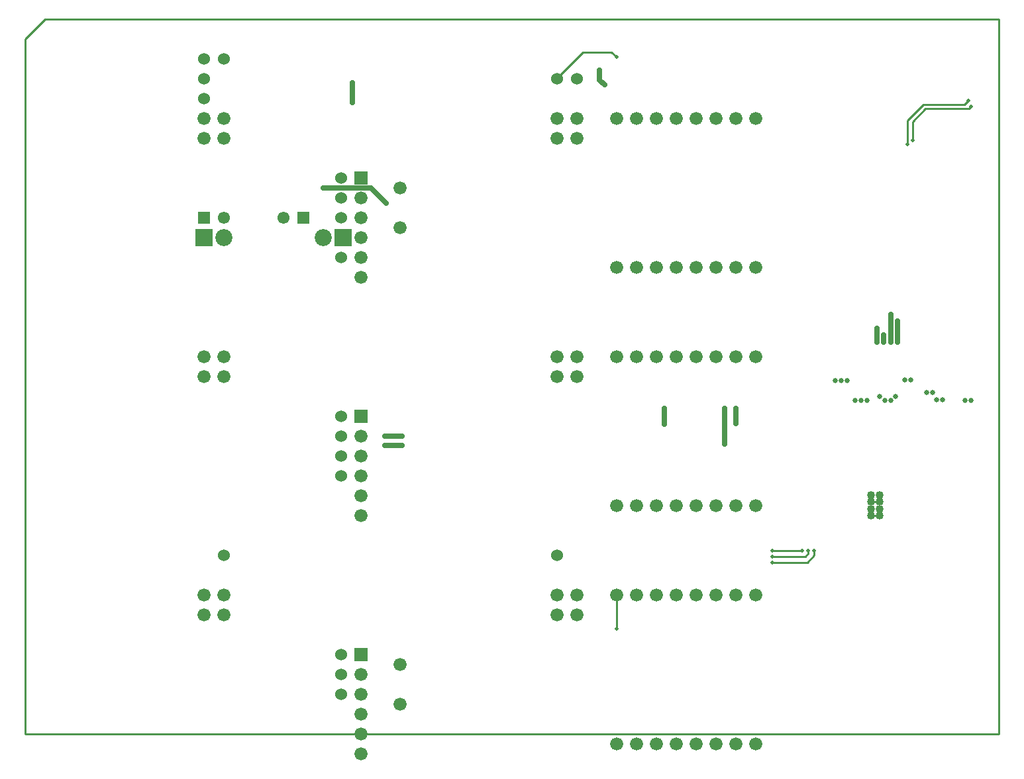
<source format=gbr>
G04 This is an RS-274x file exported by *
G04 gerbv version 2.7.0 *
G04 More information is available about gerbv at *
G04 http://gerbv.geda-project.org/ *
G04 --End of header info--*
%MOIN*%
%FSLAX36Y36*%
%IPPOS*%
G04 --Define apertures--*
%ADD10C,0.0100*%
%ADD11C,0.0250*%
%ADD12C,0.0600*%
%ADD13C,0.0200*%
%ADD14C,0.0001*%
%ADD15C,0.0550*%
%ADD16C,0.0800*%
%ADD17C,0.0270*%
%ADD18C,0.0380*%
%ADD19C,0.0130*%
%ADD20C,0.0500*%
%ADD21C,0.0300*%
%ADD22C,0.0660*%
%ADD23C,0.0260*%
%ADD24C,0.0610*%
%ADD25C,0.0860*%
%ADD26C,0.0400*%
G04 --Start main section--*
G01X0000000Y0000000D02*
G54D10*
G01X2975000Y0930000D02*
G01X2975000Y1100000D01*
G01X3760000Y1325000D02*
G01X3910000Y1325000D01*
G54D11*
G01X3520000Y1860000D02*
G01X3520000Y2040000D01*
G01X3575000Y1965000D02*
G01X3575000Y2040000D01*
G01X3215000Y2040000D02*
G01X3215000Y1960000D01*
G54D10*
G01X3760000Y1295000D02*
G01X3925000Y1295000D01*
G01X3760000Y1265000D02*
G01X3935000Y1265000D01*
G01X3935000Y1265000D02*
G01X3970000Y1300000D01*
G01X3925000Y1295000D02*
G01X3940000Y1310000D01*
G01X3940000Y1310000D02*
G01X3940000Y1325000D01*
G01X3970000Y1300000D02*
G01X3970000Y1325000D01*
G01X4300000Y1570000D02*
G01X4255000Y1570000D01*
G01X4300000Y1500000D02*
G01X4255000Y1500000D01*
G54D11*
G01X1645000Y3680000D02*
G01X1645000Y3580000D01*
G01X1500000Y3150000D02*
G01X1740000Y3150000D01*
G01X1740000Y3150000D02*
G01X1815000Y3075000D01*
G01X1895000Y1855000D02*
G01X1810000Y1855000D01*
G01X1810000Y1900000D02*
G01X1895000Y1900000D01*
G01X2890000Y3745000D02*
G01X2890000Y3695000D01*
G01X2890000Y3695000D02*
G01X2915000Y3670000D01*
G54D10*
G01X2675000Y3700000D02*
G01X2675000Y3705000D01*
G01X2675000Y3705000D02*
G01X2805000Y3835000D01*
G01X2805000Y3835000D02*
G01X2950000Y3835000D01*
G01X2950000Y3835000D02*
G01X2975000Y3810000D01*
G54D11*
G01X4390000Y2480000D02*
G01X4390000Y2375000D01*
G01X4355000Y2515000D02*
G01X4355000Y2375000D01*
G01X4320000Y2410000D02*
G01X4320000Y2375000D01*
G01X4285000Y2445000D02*
G01X4285000Y2375000D01*
G54D10*
G01X4745000Y3590000D02*
G01X4725000Y3570000D01*
G01X4725000Y3570000D02*
G01X4520000Y3570000D01*
G01X4520000Y3570000D02*
G01X4440000Y3490000D01*
G01X4760000Y3560000D02*
G01X4750000Y3550000D01*
G01X4750000Y3550000D02*
G01X4530000Y3550000D01*
G01X4530000Y3550000D02*
G01X4465000Y3485000D01*
G01X4440000Y3370000D02*
G01X4440000Y3490000D01*
G01X4465000Y3390000D02*
G01X4465000Y3485000D01*
G54D12*
G01X3675000Y1550000D03*
G01X3075000Y2300000D03*
G01X3175000Y2300000D03*
G01X3275000Y2300000D03*
G01X3375000Y2300000D03*
G01X3475000Y2300000D03*
G01X3575000Y2300000D03*
G01X3675000Y2300000D03*
G54D13*
G01X4584990Y2085000D03*
G01X4380000Y2100000D03*
G01X4615000Y2085000D03*
G01X4730000Y2080000D03*
G01X4760000Y2080000D03*
G01X4535000Y2120000D03*
G01X4565000Y2120000D03*
G01X4425000Y2185000D03*
G01X4455000Y2185000D03*
G01X4300000Y2100000D03*
G01X4325000Y2080000D03*
G01X4355000Y2080000D03*
G01X4175000Y2080000D03*
G01X4205000Y2080000D03*
G01X4235000Y2080000D03*
G01X4075000Y2180000D03*
G01X4105000Y2180000D03*
G01X4135000Y2180000D03*
G54D12*
G01X3275000Y1550000D03*
G01X3375000Y1550000D03*
G01X3475000Y1550000D03*
G01X3575000Y1550000D03*
G01X2975000Y1550000D03*
G01X3075000Y1550000D03*
G01X3175000Y1550000D03*
G01X2675000Y1100000D03*
G01X2775000Y1100000D03*
G01X2675000Y1000000D03*
G01X2775000Y1000000D03*
G01X3375000Y1100000D03*
G01X3275000Y1100000D03*
G01X3175000Y1100000D03*
G01X3075000Y1100000D03*
G01X2975000Y1100000D03*
G01X3675000Y1100000D03*
G01X3575000Y1100000D03*
G01X3475000Y1100000D03*
G01X3675000Y0350000D03*
G01X3575000Y0350000D03*
G01X3475000Y0350000D03*
G01X3375000Y0350000D03*
G01X3275000Y0350000D03*
G01X3175000Y0350000D03*
G01X3075000Y0350000D03*
G01X2975000Y0350000D03*
G01X1000000Y2300000D03*
G01X1000000Y2200000D03*
G01X0900000Y2200000D03*
G01X0900000Y2300000D03*
G01X0900000Y1100000D03*
G01X0900000Y1000000D03*
G01X1000000Y1000000D03*
G01X1000000Y1100000D03*
G54D14*
G36*
G01X1660000Y0830000D02*
G01X1660000Y0770000D01*
G01X1720000Y0770000D01*
G01X1720000Y0830000D01*
G01X1660000Y0830000D01*
G37*
G54D12*
G01X1690000Y0700000D03*
G01X1690000Y0600000D03*
G01X1690000Y0500000D03*
G01X1690000Y0400000D03*
G01X1690000Y0300000D03*
G01X1885000Y0750000D03*
G01X1885000Y0550000D03*
G54D14*
G36*
G01X1660000Y2030000D02*
G01X1660000Y1970000D01*
G01X1720000Y1970000D01*
G01X1720000Y2030000D01*
G01X1660000Y2030000D01*
G37*
G54D12*
G01X1690000Y1900000D03*
G01X1690000Y1800000D03*
G01X1690000Y1700000D03*
G01X1690000Y1600000D03*
G01X1690000Y1500000D03*
G54D14*
G36*
G01X1660000Y3230000D02*
G01X1660000Y3170000D01*
G01X1720000Y3170000D01*
G01X1720000Y3230000D01*
G01X1660000Y3230000D01*
G37*
G54D12*
G01X1885000Y3150000D03*
G01X1690000Y3100000D03*
G01X1690000Y3000000D03*
G01X1885000Y2950000D03*
G01X1690000Y2900000D03*
G54D14*
G36*
G01X1560000Y2940000D02*
G01X1560000Y2860000D01*
G01X1640000Y2860000D01*
G01X1640000Y2940000D01*
G01X1560000Y2940000D01*
G37*
G54D12*
G01X1690000Y2800000D03*
G01X1690000Y2700000D03*
G01X0900000Y3500000D03*
G01X0900000Y3400000D03*
G01X1000000Y3400000D03*
G01X1000000Y3500000D03*
G54D14*
G36*
G01X0872500Y3027500D02*
G01X0872500Y2972500D01*
G01X0927500Y2972500D01*
G01X0927500Y3027500D01*
G01X0872500Y3027500D01*
G37*
G54D15*
G01X1300000Y3000000D03*
G54D16*
G01X1000000Y2900000D03*
G54D15*
G01X1000000Y3000000D03*
G54D14*
G36*
G01X0860000Y2940000D02*
G01X0860000Y2860000D01*
G01X0940000Y2860000D01*
G01X0940000Y2940000D01*
G01X0860000Y2940000D01*
G37*
G54D16*
G01X1500000Y2900000D03*
G54D14*
G36*
G01X1372500Y3027500D02*
G01X1372500Y2972500D01*
G01X1427500Y2972500D01*
G01X1427500Y3027500D01*
G01X1372500Y3027500D01*
G37*
G54D12*
G01X2975000Y2300000D03*
G01X2775000Y2300000D03*
G01X2775000Y2200000D03*
G01X2675000Y2200000D03*
G01X2675000Y2300000D03*
G01X2675000Y3500000D03*
G01X2675000Y3400000D03*
G01X2775000Y3400000D03*
G01X2775000Y3500000D03*
G01X2975000Y3500000D03*
G01X2975000Y2750000D03*
G01X3675000Y2750000D03*
G01X3675000Y3500000D03*
G01X3575000Y2750000D03*
G01X3475000Y2750000D03*
G01X3375000Y2750000D03*
G01X3275000Y2750000D03*
G01X3175000Y2750000D03*
G01X3075000Y2750000D03*
G01X3575000Y3500000D03*
G01X3475000Y3500000D03*
G01X3375000Y3500000D03*
G01X3275000Y3500000D03*
G01X3175000Y3500000D03*
G01X3075000Y3500000D03*
G01X1590000Y2800000D03*
G01X1590000Y2000000D03*
G01X1590000Y1900000D03*
G01X1590000Y1800000D03*
G01X1590000Y1700000D03*
G01X1590000Y0800000D03*
G01X1590000Y0700000D03*
G01X1590000Y0600000D03*
G01X1000000Y1300000D03*
G01X1590000Y3000000D03*
G54D13*
G01X1895000Y1855000D03*
G01X1810000Y1855000D03*
G01X1895000Y1900000D03*
G01X1810000Y1900000D03*
G54D12*
G01X1590000Y3200000D03*
G01X1590000Y3100000D03*
G54D13*
G01X1645000Y3680000D03*
G01X1645000Y3580000D03*
G54D12*
G01X2775000Y3700000D03*
G54D13*
G01X2915000Y3670000D03*
G01X2890000Y3745000D03*
G54D12*
G01X2675000Y3700000D03*
G01X1000000Y3800000D03*
G01X0900000Y3700000D03*
G01X0900000Y3800000D03*
G01X0900000Y3600000D03*
G54D13*
G01X1500000Y3150000D03*
G01X1815000Y3075000D03*
G01X2975000Y3810000D03*
G01X3215000Y1960000D03*
G01X2975000Y0930000D03*
G01X3215000Y2040000D03*
G01X3520000Y2040000D03*
G01X3520000Y1860000D03*
G01X3575000Y2040000D03*
G01X3575000Y1965000D03*
G54D12*
G01X2675000Y1300000D03*
G54D13*
G01X3760000Y1325000D03*
G01X3910000Y1325000D03*
G01X3940000Y1325000D03*
G01X3970000Y1325000D03*
G01X3760000Y1265000D03*
G01X3760000Y1295000D03*
G54D17*
G01X4255000Y1535000D03*
G01X4255000Y1500000D03*
G01X4300000Y1570000D03*
G01X4300000Y1605000D03*
G01X4300000Y1500000D03*
G01X4300000Y1535000D03*
G01X4255000Y1570000D03*
G01X4255000Y1605000D03*
G54D13*
G01X4390000Y2375000D03*
G01X4355000Y2375000D03*
G01X4440000Y3370000D03*
G01X4745000Y3590000D03*
G01X4465000Y3390000D03*
G01X4760000Y3560000D03*
G01X4320000Y2375000D03*
G01X4285000Y2375000D03*
G01X4390000Y2480000D03*
G01X4355000Y2515000D03*
G01X4320000Y2410000D03*
G01X4285000Y2445000D03*
G01X0000000Y0000000D02*
G54D10*
G01X0000000Y3900000D02*
G01X0100000Y4000000D01*
G01X0100000Y4000000D02*
G01X4900000Y4000000D01*
G01X4900000Y4000000D02*
G01X4900000Y0400000D01*
G01X4900000Y0400000D02*
G01X0000000Y0400000D01*
G01X0000000Y0400000D02*
G01X0000000Y3900000D01*
G01X0000000Y0000000D02*
G54D22*
G01X3675000Y1550000D03*
G01X3075000Y2300000D03*
G01X3175000Y2300000D03*
G01X3275000Y2300000D03*
G01X3375000Y2300000D03*
G01X3475000Y2300000D03*
G01X3575000Y2300000D03*
G01X3675000Y2300000D03*
G54D23*
G01X4584990Y2085000D03*
G01X4380000Y2100000D03*
G01X4615000Y2085000D03*
G01X4730000Y2080000D03*
G01X4760000Y2080000D03*
G01X4535000Y2120000D03*
G01X4565000Y2120000D03*
G01X4425000Y2185000D03*
G01X4455000Y2185000D03*
G01X4300000Y2100000D03*
G01X4325000Y2080000D03*
G01X4355000Y2080000D03*
G01X4175000Y2080000D03*
G01X4205000Y2080000D03*
G01X4235000Y2080000D03*
G01X4075000Y2180000D03*
G01X4105000Y2180000D03*
G01X4135000Y2180000D03*
G54D22*
G01X3275000Y1550000D03*
G01X3375000Y1550000D03*
G01X3475000Y1550000D03*
G01X3575000Y1550000D03*
G01X2975000Y1550000D03*
G01X3075000Y1550000D03*
G01X3175000Y1550000D03*
G01X2675000Y1100000D03*
G01X2775000Y1100000D03*
G01X2675000Y1000000D03*
G01X2775000Y1000000D03*
G01X3375000Y1100000D03*
G01X3275000Y1100000D03*
G01X3175000Y1100000D03*
G01X3075000Y1100000D03*
G01X2975000Y1100000D03*
G01X3675000Y1100000D03*
G01X3575000Y1100000D03*
G01X3475000Y1100000D03*
G01X3675000Y0350000D03*
G01X3575000Y0350000D03*
G01X3475000Y0350000D03*
G01X3375000Y0350000D03*
G01X3275000Y0350000D03*
G01X3175000Y0350000D03*
G01X3075000Y0350000D03*
G01X2975000Y0350000D03*
G01X1000000Y2300000D03*
G01X1000000Y2200000D03*
G01X0900000Y2200000D03*
G01X0900000Y2300000D03*
G01X0900000Y1100000D03*
G01X0900000Y1000000D03*
G01X1000000Y1000000D03*
G01X1000000Y1100000D03*
G54D14*
G36*
G01X1657000Y0833000D02*
G01X1657000Y0767000D01*
G01X1723000Y0767000D01*
G01X1723000Y0833000D01*
G01X1657000Y0833000D01*
G37*
G54D22*
G01X1690000Y0700000D03*
G01X1690000Y0600000D03*
G01X1690000Y0500000D03*
G01X1690000Y0400000D03*
G01X1690000Y0300000D03*
G01X1885000Y0750000D03*
G01X1885000Y0550000D03*
G54D14*
G36*
G01X1657000Y2033000D02*
G01X1657000Y1967000D01*
G01X1723000Y1967000D01*
G01X1723000Y2033000D01*
G01X1657000Y2033000D01*
G37*
G54D22*
G01X1690000Y1900000D03*
G01X1690000Y1800000D03*
G01X1690000Y1700000D03*
G01X1690000Y1600000D03*
G01X1690000Y1500000D03*
G54D14*
G36*
G01X1657000Y3233000D02*
G01X1657000Y3167000D01*
G01X1723000Y3167000D01*
G01X1723000Y3233000D01*
G01X1657000Y3233000D01*
G37*
G54D22*
G01X1885000Y3150000D03*
G01X1690000Y3100000D03*
G01X1690000Y3000000D03*
G01X1885000Y2950000D03*
G01X1690000Y2900000D03*
G54D14*
G36*
G01X1557000Y2943000D02*
G01X1557000Y2857000D01*
G01X1643000Y2857000D01*
G01X1643000Y2943000D01*
G01X1557000Y2943000D01*
G37*
G54D22*
G01X1690000Y2800000D03*
G01X1690000Y2700000D03*
G01X0900000Y3500000D03*
G01X0900000Y3400000D03*
G01X1000000Y3400000D03*
G01X1000000Y3500000D03*
G54D14*
G36*
G01X0869500Y3030500D02*
G01X0869500Y2969500D01*
G01X0930500Y2969500D01*
G01X0930500Y3030500D01*
G01X0869500Y3030500D01*
G37*
G54D24*
G01X1300000Y3000000D03*
G54D25*
G01X1000000Y2900000D03*
G54D24*
G01X1000000Y3000000D03*
G54D14*
G36*
G01X0857000Y2943000D02*
G01X0857000Y2857000D01*
G01X0943000Y2857000D01*
G01X0943000Y2943000D01*
G01X0857000Y2943000D01*
G37*
G54D25*
G01X1500000Y2900000D03*
G54D14*
G36*
G01X1369500Y3030500D02*
G01X1369500Y2969500D01*
G01X1430500Y2969500D01*
G01X1430500Y3030500D01*
G01X1369500Y3030500D01*
G37*
G54D22*
G01X2975000Y2300000D03*
G01X2775000Y2300000D03*
G01X2775000Y2200000D03*
G01X2675000Y2200000D03*
G01X2675000Y2300000D03*
G01X2675000Y3500000D03*
G01X2675000Y3400000D03*
G01X2775000Y3400000D03*
G01X2775000Y3500000D03*
G01X2975000Y3500000D03*
G01X2975000Y2750000D03*
G01X3675000Y2750000D03*
G01X3675000Y3500000D03*
G01X3575000Y2750000D03*
G01X3475000Y2750000D03*
G01X3375000Y2750000D03*
G01X3275000Y2750000D03*
G01X3175000Y2750000D03*
G01X3075000Y2750000D03*
G01X3575000Y3500000D03*
G01X3475000Y3500000D03*
G01X3375000Y3500000D03*
G01X3275000Y3500000D03*
G01X3175000Y3500000D03*
G01X3075000Y3500000D03*
G54D26*
G01X4255000Y1535000D03*
G01X4255000Y1500000D03*
G01X4300000Y1570000D03*
G01X4300000Y1605000D03*
G01X4300000Y1500000D03*
G01X4300000Y1535000D03*
G01X4255000Y1570000D03*
G01X4255000Y1605000D03*
G01X0000000Y0000000D02*
G54D10*
G01X1500000Y3150000D03*
G01X1645000Y3680000D03*
G01X1645000Y3580000D03*
G01X1810000Y1900000D03*
G01X1810000Y1855000D03*
G01X1815000Y3075000D03*
G01X1895000Y1900000D03*
G01X1895000Y1855000D03*
G01X2890000Y3745000D03*
G01X2915000Y3670000D03*
G01X2975000Y3810000D03*
G01X2975000Y0930000D03*
G01X3215000Y2040000D03*
G01X3215000Y1960000D03*
G01X3520000Y2040000D03*
G01X3520000Y1860000D03*
G01X3575000Y2040000D03*
G01X3575000Y1965000D03*
G01X3760000Y1325000D03*
G01X3760000Y1295000D03*
G01X3760000Y1265000D03*
G01X3910000Y1325000D03*
G01X3940000Y1325000D03*
G01X3970000Y1325000D03*
G01X4075000Y2180000D03*
G01X4105000Y2180000D03*
G01X4135000Y2180000D03*
G01X4175000Y2080000D03*
G01X4205000Y2080000D03*
G01X4235000Y2080000D03*
G01X4285000Y2445000D03*
G01X4285000Y2375000D03*
G01X4300000Y2100000D03*
G01X4320000Y2410000D03*
G01X4320000Y2375000D03*
G01X4325000Y2080000D03*
G01X4355000Y2515000D03*
G01X4355000Y2375000D03*
G01X4355000Y2080000D03*
G01X4380000Y2100000D03*
G01X4390000Y2480000D03*
G01X4390000Y2375000D03*
G01X4425000Y2185000D03*
G01X4440000Y3370000D03*
G01X4455000Y2185000D03*
G01X4465000Y3390000D03*
G01X4535000Y2120000D03*
G01X4565000Y2120000D03*
G01X4585000Y2085000D03*
G01X4615000Y2085000D03*
G01X4730000Y2080000D03*
G01X4745000Y3590000D03*
G01X4760000Y3560000D03*
G01X4760000Y2080000D03*
G54D19*
G01X4255000Y1605000D03*
G01X4255000Y1570000D03*
G01X4255000Y1535000D03*
G01X4255000Y1500000D03*
G01X4300000Y1605000D03*
G01X4300000Y1570000D03*
G01X4300000Y1535000D03*
G01X4300000Y1500000D03*
G54D21*
G01X0900000Y3000000D03*
G01X1000000Y3000000D03*
G01X1300000Y3000000D03*
G01X1400000Y3000000D03*
G54D18*
G01X0900000Y3800000D03*
G01X0900000Y3700000D03*
G01X0900000Y3600000D03*
G01X0900000Y3500000D03*
G01X0900000Y3400000D03*
G01X0900000Y2300000D03*
G01X0900000Y2200000D03*
G01X0900000Y1100000D03*
G01X0900000Y1000000D03*
G01X1000000Y3800000D03*
G01X1000000Y3500000D03*
G01X1000000Y3400000D03*
G01X1000000Y2300000D03*
G01X1000000Y2200000D03*
G01X1000000Y1300000D03*
G01X1000000Y1100000D03*
G01X1000000Y1000000D03*
G01X1590000Y3200000D03*
G01X1590000Y3100000D03*
G01X1590000Y3000000D03*
G01X1590000Y2800000D03*
G01X1590000Y2000000D03*
G01X1590000Y1900000D03*
G01X1590000Y1800000D03*
G01X1590000Y1700000D03*
G01X1590000Y0800000D03*
G01X1590000Y0700000D03*
G01X1590000Y0600000D03*
G01X1690000Y3200000D03*
G01X1690000Y3100000D03*
G01X1690000Y3000000D03*
G01X1690000Y2900000D03*
G01X1690000Y2800000D03*
G01X1690000Y2700000D03*
G01X1690000Y2000000D03*
G01X1690000Y1900000D03*
G01X1690000Y1800000D03*
G01X1690000Y1700000D03*
G01X1690000Y1600000D03*
G01X1690000Y1500000D03*
G01X1690000Y0800000D03*
G01X1690000Y0700000D03*
G01X1690000Y0600000D03*
G01X1690000Y0500000D03*
G01X1690000Y0400000D03*
G01X1690000Y0300000D03*
G01X1885000Y3150000D03*
G01X1885000Y2950000D03*
G01X1885000Y0750000D03*
G01X1885000Y0550000D03*
G01X2675000Y3700000D03*
G01X2675000Y3500000D03*
G01X2675000Y3400000D03*
G01X2675000Y2300000D03*
G01X2675000Y2200000D03*
G01X2675000Y1300000D03*
G01X2675000Y1100000D03*
G01X2675000Y1000000D03*
G01X2775000Y3700000D03*
G01X2775000Y3500000D03*
G01X2775000Y3400000D03*
G01X2775000Y2300000D03*
G01X2775000Y2200000D03*
G01X2775000Y1100000D03*
G01X2775000Y1000000D03*
G01X2975000Y3500000D03*
G01X2975000Y2750000D03*
G01X2975000Y2300000D03*
G01X2975000Y1550000D03*
G01X2975000Y1100000D03*
G01X2975000Y0350000D03*
G01X3075000Y3500000D03*
G01X3075000Y2750000D03*
G01X3075000Y2300000D03*
G01X3075000Y1550000D03*
G01X3075000Y1100000D03*
G01X3075000Y0350000D03*
G01X3175000Y3500000D03*
G01X3175000Y2750000D03*
G01X3175000Y2300000D03*
G01X3175000Y1550000D03*
G01X3175000Y1100000D03*
G01X3175000Y0350000D03*
G01X3275000Y3500000D03*
G01X3275000Y2750000D03*
G01X3275000Y2300000D03*
G01X3275000Y1550000D03*
G01X3275000Y1100000D03*
G01X3275000Y0350000D03*
G01X3375000Y3500000D03*
G01X3375000Y2750000D03*
G01X3375000Y2300000D03*
G01X3375000Y1550000D03*
G01X3375000Y1100000D03*
G01X3375000Y0350000D03*
G01X3475000Y3500000D03*
G01X3475000Y2750000D03*
G01X3475000Y2300000D03*
G01X3475000Y1550000D03*
G01X3475000Y1100000D03*
G01X3475000Y0350000D03*
G01X3575000Y3500000D03*
G01X3575000Y2750000D03*
G01X3575000Y2300000D03*
G01X3575000Y1550000D03*
G01X3575000Y1100000D03*
G01X3575000Y0350000D03*
G01X3675000Y3500000D03*
G01X3675000Y2750000D03*
G01X3675000Y2300000D03*
G01X3675000Y1550000D03*
G01X3675000Y1100000D03*
G01X3675000Y0350000D03*
G54D20*
G01X0900000Y2900000D03*
G01X1000000Y2900000D03*
G01X1500000Y2900000D03*
G01X1600000Y2900000D03*
M02*

</source>
